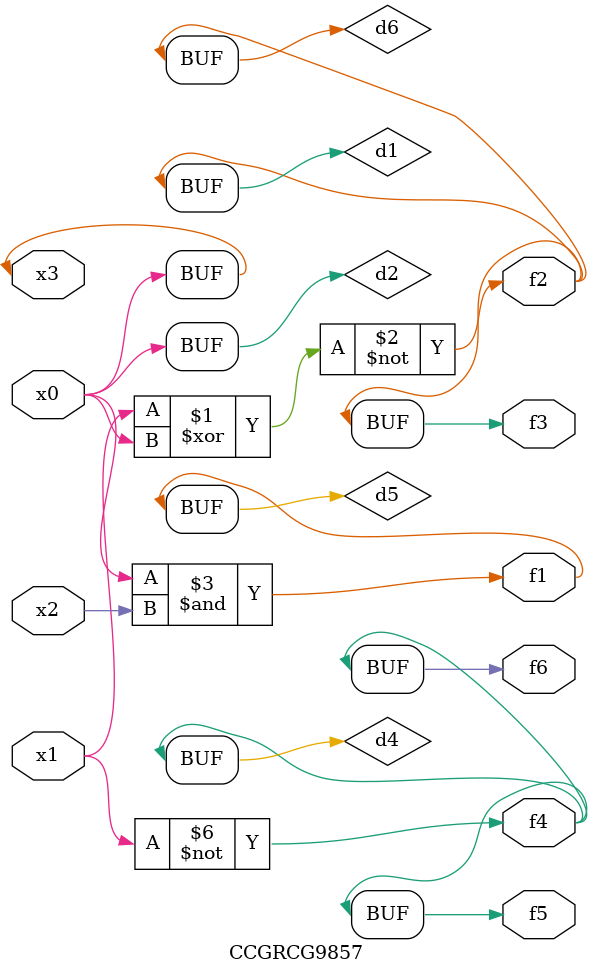
<source format=v>
module CCGRCG9857(
	input x0, x1, x2, x3,
	output f1, f2, f3, f4, f5, f6
);

	wire d1, d2, d3, d4, d5, d6;

	xnor (d1, x1, x3);
	buf (d2, x0, x3);
	nand (d3, x0, x2);
	not (d4, x1);
	nand (d5, d3);
	or (d6, d1);
	assign f1 = d5;
	assign f2 = d6;
	assign f3 = d6;
	assign f4 = d4;
	assign f5 = d4;
	assign f6 = d4;
endmodule

</source>
